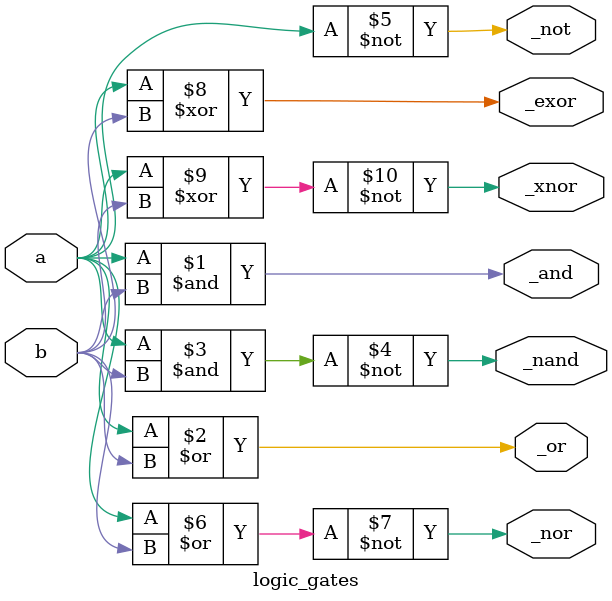
<source format=v>
`timescale 1ns / 1ps


module logic_gates(
    input a,
    input b,
    output _and,
    output _or,
    output _nand,
    output _not,
    output _nor,
    output _exor,
    output _xnor
    );
   assign _and = a & b;
   assign _or = a | b;
   assign _nand = ~(a & b);
   assign _not = ~a;
   assign _nor = ~(a | b);
   assign _exor =(a ^ b);
   assign _xnor= ~(a ^ b);
   
endmodule

</source>
